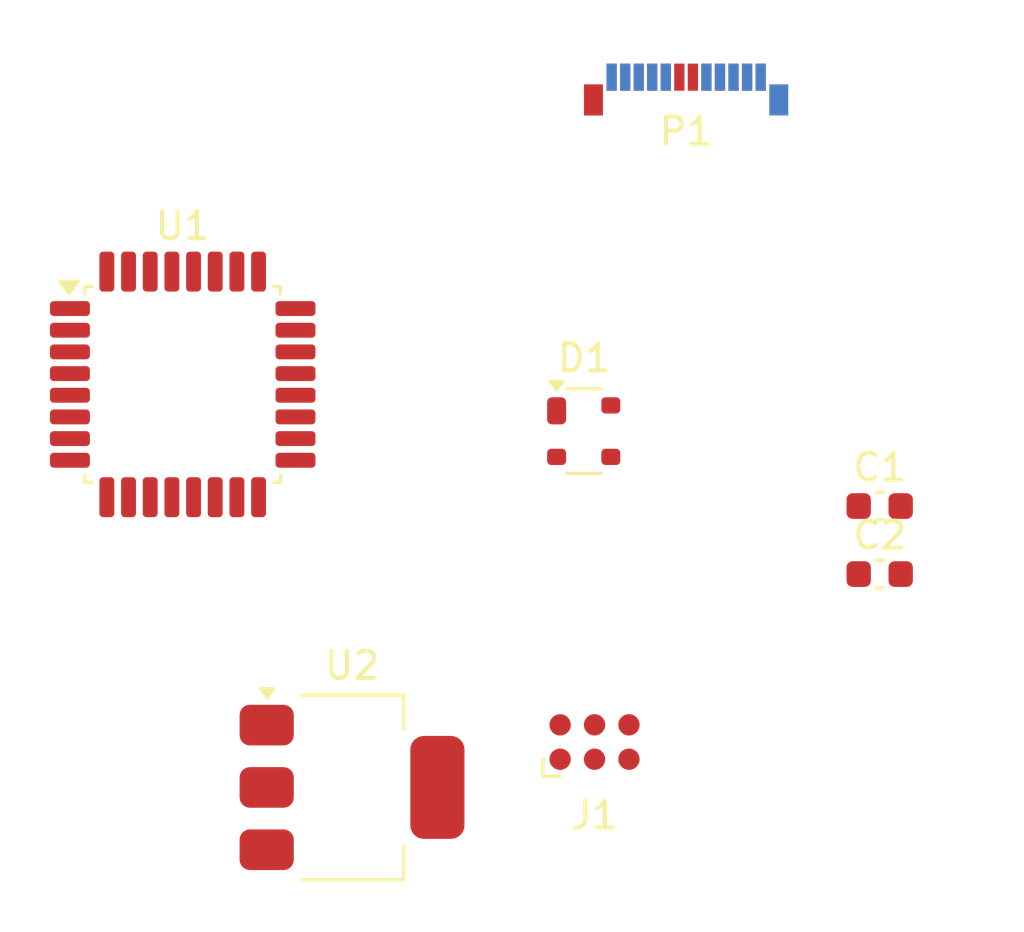
<source format=kicad_pcb>
(kicad_pcb (version 20241229) (generator "pcbnew") (generator_version "9.0")
  (layers (0 "F.Cu" signal) (2 "B.Cu" signal) (13 "F.Paste" user) (15 "B.Paste" user) (5 "F.SilkS" user "F.Silkscreen") (7 "B.SilkS" user "B.Silkscreen") (1 "F.Mask" user) (3 "B.Mask" user) (25 "Edge.Cuts" user))
  (net 0 "")
  (net 38 "GND")
  (net 39 "Net-(D1-VCC)")
  (net 40 "/VCC_P3V3")
  (net 41 "Net-(D1-I{slash}O1)")
  (net 42 "Net-(D1-I{slash}O2)")
  (footprint "Package_TO_SOT_SMD:SOT-143" (layer "F.Cu") (at 53.8 75.225)
    (property "Reference" "D1" (at 0.02 -2.7 0) (layer "F.SilkS"))
    (property "Value" "PRTR5V0U2X")
    (fp_line (start -0.65 1.56) (end 0.65 1.56) (stroke (width 0.12)) (layer "F.SilkS"))
    (fp_line (start 0.65 -1.56) (end -0.62 -1.56) (stroke (width 0.12)) (layer "F.SilkS"))
    (fp_poly (pts (xy -1 -1.51) (xy -1.24 -1.84) (xy -0.76 -1.84) (xy -1 -1.51)) (stroke (width 0.12)) (fill yes) (layer "F.SilkS"))
    (pad "1" smd roundrect (at -1 -0.75) (size 0.7 1) (layers "F.Cu" "F.Mask" "F.Paste") (net 38 "GND"))
    (pad "2" smd roundrect (at -1 0.95) (size 0.7 0.6) (layers "F.Cu" "F.Mask" "F.Paste") (net 41 "Net-(D1-I{slash}O1)"))
    (pad "3" smd roundrect (at 1 0.95) (size 0.7 0.6) (layers "F.Cu" "F.Mask" "F.Paste") (net 42 "Net-(D1-I{slash}O2)"))
    (pad "4" smd roundrect (at 1 -0.95) (size 0.7 0.6) (layers "F.Cu" "F.Mask" "F.Paste") (net 39 "Net-(D1-VCC)"))
  )
  (footprint "Connector:Tag-Connect_TC2030-IDC-NL_2x03_P1.27mm_Vertical" (layer "F.Cu") (at 54.2 86.7)
    (property "Reference" "J1" (at 0 2.7 0) (layer "F.SilkS"))
    (property "Value" "TC2030")
    (fp_line (start -1.905 1.27) (end -1.905 0.635) (stroke (width 0.12)) (layer "F.SilkS"))
    (fp_line (start -1.27 1.27) (end -1.905 1.27) (stroke (width 0.12)) (layer "F.SilkS"))
    (pad "" np_thru_hole circle (at -2.54 0) (size 0.9906 0.9906) (drill 0.9906) (layers "*.Cu" "*.Mask"))
    (pad "" np_thru_hole circle (at 2.54 -1.016) (size 0.9906 0.9906) (drill 0.9906) (layers "*.Cu" "*.Mask"))
    (pad "" np_thru_hole circle (at 2.54 1.016) (size 0.9906 0.9906) (drill 0.9906) (layers "*.Cu" "*.Mask"))
    (pad "1" connect circle (at -1.27 0.635) (size 0.7874 0.7874) (layers "F.Cu" "F.Mask"))
    (pad "2" connect circle (at -1.27 -0.635) (size 0.7874 0.7874) (layers "F.Cu" "F.Mask"))
    (pad "3" connect circle (at 0 0.635) (size 0.7874 0.7874) (layers "F.Cu" "F.Mask"))
    (pad "4" connect circle (at 0 -0.635) (size 0.7874 0.7874) (layers "F.Cu" "F.Mask"))
    (pad "5" connect circle (at 1.27 0.635) (size 0.7874 0.7874) (layers "F.Cu" "F.Mask"))
    (pad "6" connect circle (at 1.27 -0.635) (size 0.7874 0.7874) (layers "F.Cu" "F.Mask"))
  )
  (footprint "Capacitor_SMD:C_0603_1608Metric" (layer "F.Cu") (at 64.725 80.5)
    (property "Reference" "C2" (at 0 -1.43 0) (layer "F.SilkS"))
    (property "Value" "1 μF Ceramic")
    (fp_line (start -0.14058 -0.51) (end 0.14058 -0.51) (stroke (width 0.12)) (layer "F.SilkS"))
    (fp_line (start -0.14058 0.51) (end 0.14058 0.51) (stroke (width 0.12)) (layer "F.SilkS"))
    (pad "1" smd roundrect (at -0.775 0) (size 0.9 0.95) (layers "F.Cu" "F.Mask" "F.Paste") (net 40 "/VCC_P3V3"))
    (pad "2" smd roundrect (at 0.775 0) (size 0.9 0.95) (layers "F.Cu" "F.Mask" "F.Paste") (net 38 "GND"))
  )
  (footprint "Package_QFP:TQFP-32_7x7mm_P0.8mm" (layer "F.Cu") (at 39 73.5)
    (property "Reference" "U1" (at 0 -5.85 0) (layer "F.SilkS"))
    (property "Value" "ATSAMD21E18A-A")
    (fp_line (start -3.61 -3.61) (end -3.61 -3.335) (stroke (width 0.12)) (layer "F.SilkS"))
    (fp_line (start -3.61 3.61) (end -3.61 3.335) (stroke (width 0.12)) (layer "F.SilkS"))
    (fp_line (start -3.335 -3.61) (end -3.61 -3.61) (stroke (width 0.12)) (layer "F.SilkS"))
    (fp_line (start -3.335 3.61) (end -3.61 3.61) (stroke (width 0.12)) (layer "F.SilkS"))
    (fp_line (start 3.335 -3.61) (end 3.61 -3.61) (stroke (width 0.12)) (layer "F.SilkS"))
    (fp_line (start 3.335 3.61) (end 3.61 3.61) (stroke (width 0.12)) (layer "F.SilkS"))
    (fp_line (start 3.61 -3.61) (end 3.61 -3.335) (stroke (width 0.12)) (layer "F.SilkS"))
    (fp_line (start 3.61 3.61) (end 3.61 3.335) (stroke (width 0.12)) (layer "F.SilkS"))
    (fp_poly (pts (xy -4.2 -3.335) (xy -4.54 -3.805) (xy -3.86 -3.805)) (stroke (width 0.12)) (fill yes) (layer "F.SilkS"))
    (pad "1" smd roundrect (at -4.1625 -2.8) (size 1.475 0.55) (layers "F.Cu" "F.Mask" "F.Paste"))
    (pad "2" smd roundrect (at -4.1625 -2) (size 1.475 0.55) (layers "F.Cu" "F.Mask" "F.Paste"))
    (pad "3" smd roundrect (at -4.1625 -1.2) (size 1.475 0.55) (layers "F.Cu" "F.Mask" "F.Paste"))
    (pad "4" smd roundrect (at -4.1625 -0.4) (size 1.475 0.55) (layers "F.Cu" "F.Mask" "F.Paste"))
    (pad "5" smd roundrect (at -4.1625 0.4) (size 1.475 0.55) (layers "F.Cu" "F.Mask" "F.Paste"))
    (pad "6" smd roundrect (at -4.1625 1.2) (size 1.475 0.55) (layers "F.Cu" "F.Mask" "F.Paste"))
    (pad "7" smd roundrect (at -4.1625 2) (size 1.475 0.55) (layers "F.Cu" "F.Mask" "F.Paste"))
    (pad "8" smd roundrect (at -4.1625 2.8) (size 1.475 0.55) (layers "F.Cu" "F.Mask" "F.Paste"))
    (pad "9" smd roundrect (at -2.8 4.1625) (size 0.55 1.475) (layers "F.Cu" "F.Mask" "F.Paste") (net 40 "/VCC_P3V3"))
    (pad "10" smd roundrect (at -2 4.1625) (size 0.55 1.475) (layers "F.Cu" "F.Mask" "F.Paste") (net 38 "GND"))
    (pad "11" smd roundrect (at -1.2 4.1625) (size 0.55 1.475) (layers "F.Cu" "F.Mask" "F.Paste"))
    (pad "12" smd roundrect (at -0.4 4.1625) (size 0.55 1.475) (layers "F.Cu" "F.Mask" "F.Paste"))
    (pad "13" smd roundrect (at 0.4 4.1625) (size 0.55 1.475) (layers "F.Cu" "F.Mask" "F.Paste"))
    (pad "14" smd roundrect (at 1.2 4.1625) (size 0.55 1.475) (layers "F.Cu" "F.Mask" "F.Paste"))
    (pad "15" smd roundrect (at 2 4.1625) (size 0.55 1.475) (layers "F.Cu" "F.Mask" "F.Paste"))
    (pad "16" smd roundrect (at 2.8 4.1625) (size 0.55 1.475) (layers "F.Cu" "F.Mask" "F.Paste"))
    (pad "17" smd roundrect (at 4.1625 2.8) (size 1.475 0.55) (layers "F.Cu" "F.Mask" "F.Paste"))
    (pad "18" smd roundrect (at 4.1625 2) (size 1.475 0.55) (layers "F.Cu" "F.Mask" "F.Paste"))
    (pad "19" smd roundrect (at 4.1625 1.2) (size 1.475 0.55) (layers "F.Cu" "F.Mask" "F.Paste"))
    (pad "20" smd roundrect (at 4.1625 0.4) (size 1.475 0.55) (layers "F.Cu" "F.Mask" "F.Paste"))
    (pad "21" smd roundrect (at 4.1625 -0.4) (size 1.475 0.55) (layers "F.Cu" "F.Mask" "F.Paste"))
    (pad "22" smd roundrect (at 4.1625 -1.2) (size 1.475 0.55) (layers "F.Cu" "F.Mask" "F.Paste"))
    (pad "23" smd roundrect (at 4.1625 -2) (size 1.475 0.55) (layers "F.Cu" "F.Mask" "F.Paste"))
    (pad "24" smd roundrect (at 4.1625 -2.8) (size 1.475 0.55) (layers "F.Cu" "F.Mask" "F.Paste"))
    (pad "25" smd roundrect (at 2.8 -4.1625) (size 0.55 1.475) (layers "F.Cu" "F.Mask" "F.Paste"))
    (pad "26" smd roundrect (at 2 -4.1625) (size 0.55 1.475) (layers "F.Cu" "F.Mask" "F.Paste"))
    (pad "27" smd roundrect (at 1.2 -4.1625) (size 0.55 1.475) (layers "F.Cu" "F.Mask" "F.Paste"))
    (pad "28" smd roundrect (at 0.4 -4.1625) (size 0.55 1.475) (layers "F.Cu" "F.Mask" "F.Paste") (net 38 "GND"))
    (pad "29" smd roundrect (at -0.4 -4.1625) (size 0.55 1.475) (layers "F.Cu" "F.Mask" "F.Paste"))
    (pad "30" smd roundrect (at -1.2 -4.1625) (size 0.55 1.475) (layers "F.Cu" "F.Mask" "F.Paste") (net 40 "/VCC_P3V3"))
    (pad "31" smd roundrect (at -2 -4.1625) (size 0.55 1.475) (layers "F.Cu" "F.Mask" "F.Paste"))
    (pad "32" smd roundrect (at -2.8 -4.1625) (size 0.55 1.475) (layers "F.Cu" "F.Mask" "F.Paste"))
  )
  (footprint "Connector_USB:USB_C_Plug_Molex_105444" (layer "F.Cu") (at 57.58 62.12)
    (property "Reference" "P1" (at 0 2.04 0) (layer "F.SilkS"))
    (property "Value" "USB_C_Plug_USB2.0")
    (pad "A1" smd rect (at -2.75 0.04) (size 0.38 1) (layers "F.Cu" "F.Mask" "F.Paste") (net 38 "GND"))
    (pad "A2" smd rect (at -2.25 0.04) (size 0.38 1) (layers "F.Cu" "F.Mask" "F.Paste"))
    (pad "A3" smd rect (at -1.75 0.04) (size 0.38 1) (layers "F.Cu" "F.Mask" "F.Paste"))
    (pad "A4" smd rect (at -1.25 0.04) (size 0.38 1) (layers "F.Cu" "F.Mask" "F.Paste") (net 39 "Net-(D1-VCC)"))
    (pad "A5" smd rect (at -0.75 0.04) (size 0.38 1) (layers "F.Cu" "F.Mask" "F.Paste"))
    (pad "A6" smd rect (at -0.25 0.04) (size 0.38 1) (layers "F.Cu" "F.Mask" "F.Paste") (net 41 "Net-(D1-I{slash}O1)"))
    (pad "A7" smd rect (at 0.25 0.04) (size 0.38 1) (layers "F.Cu" "F.Mask" "F.Paste") (net 42 "Net-(D1-I{slash}O2)"))
    (pad "A8" smd rect (at 0.75 0.04) (size 0.38 1) (layers "F.Cu" "F.Mask" "F.Paste"))
    (pad "A9" smd rect (at 1.25 0.04) (size 0.38 1) (layers "F.Cu" "F.Mask" "F.Paste") (net 39 "Net-(D1-VCC)"))
    (pad "A10" smd rect (at 1.75 0.04) (size 0.38 1) (layers "F.Cu" "F.Mask" "F.Paste"))
    (pad "A11" smd rect (at 2.25 0.04) (size 0.38 1) (layers "F.Cu" "F.Mask" "F.Paste"))
    (pad "A12" smd rect (at 2.75 0.04) (size 0.38 1) (layers "F.Cu" "F.Mask" "F.Paste") (net 38 "GND"))
    (pad "B1" smd rect (at 2.75 0.04) (size 0.38 1) (layers "B.Cu" "B.Mask" "B.Paste") (net 38 "GND"))
    (pad "B2" smd rect (at 2.25 0.04) (size 0.38 1) (layers "B.Cu" "B.Mask" "B.Paste"))
    (pad "B3" smd rect (at 1.75 0.04) (size 0.38 1) (layers "B.Cu" "B.Mask" "B.Paste"))
    (pad "B4" smd rect (at 1.25 0.04) (size 0.38 1) (layers "B.Cu" "B.Mask" "B.Paste") (net 39 "Net-(D1-VCC)"))
    (pad "B5" smd rect (at 0.75 0.04) (size 0.38 1) (layers "B.Cu" "B.Mask" "B.Paste"))
    (pad "B8" smd rect (at -0.75 0.04) (size 0.38 1) (layers "B.Cu" "B.Mask" "B.Paste"))
    (pad "B9" smd rect (at -1.25 0.04) (size 0.38 1) (layers "B.Cu" "B.Mask" "B.Paste") (net 39 "Net-(D1-VCC)"))
    (pad "B10" smd rect (at -1.75 0.04) (size 0.38 1) (layers "B.Cu" "B.Mask" "B.Paste"))
    (pad "B11" smd rect (at -2.25 0.04) (size 0.38 1) (layers "B.Cu" "B.Mask" "B.Paste"))
    (pad "B12" smd rect (at -2.75 0.04) (size 0.38 1) (layers "B.Cu" "B.Mask" "B.Paste") (net 38 "GND"))
    (pad "S1" smd rect (at -3.42 0.88) (size 0.7 1.15) (layers "F.Cu" "F.Mask" "F.Paste"))
    (pad "S1" smd rect (at 3.42 0.88) (size 0.7 1.15) (layers "B.Cu" "B.Mask" "B.Paste"))
  )
  (footprint "Capacitor_SMD:C_0603_1608Metric" (layer "F.Cu") (at 64.725 77.99)
    (property "Reference" "C1" (at 0 -1.43 0) (layer "F.SilkS"))
    (property "Value" "1 μF Ceramic")
    (fp_line (start -0.14058 -0.51) (end 0.14058 -0.51) (stroke (width 0.12)) (layer "F.SilkS"))
    (fp_line (start -0.14058 0.51) (end 0.14058 0.51) (stroke (width 0.12)) (layer "F.SilkS"))
    (pad "1" smd roundrect (at -0.775 0) (size 0.9 0.95) (layers "F.Cu" "F.Mask" "F.Paste") (net 39 "Net-(D1-VCC)"))
    (pad "2" smd roundrect (at 0.775 0) (size 0.9 0.95) (layers "F.Cu" "F.Mask" "F.Paste") (net 38 "GND"))
  )
  (footprint "Package_TO_SOT_SMD:SOT-223-3_TabPin2" (layer "F.Cu") (at 45.25 88.375)
    (property "Reference" "U2" (at 0 -4.5 0) (layer "F.SilkS"))
    (property "Value" "MCP1703Ax-330xxDB")
    (fp_line (start -1.85 -3.41) (end 1.91 -3.41) (stroke (width 0.12)) (layer "F.SilkS"))
    (fp_line (start -1.85 3.41) (end 1.91 3.41) (stroke (width 0.12)) (layer "F.SilkS"))
    (fp_line (start 1.91 -3.41) (end 1.91 -2.15) (stroke (width 0.12)) (layer "F.SilkS"))
    (fp_line (start 1.91 3.41) (end 1.91 2.15) (stroke (width 0.12)) (layer "F.SilkS"))
    (fp_poly (pts (xy -3.13 -3.31) (xy -3.37 -3.64) (xy -2.89 -3.64) (xy -3.13 -3.31)) (stroke (width 0.12)) (fill yes) (layer "F.SilkS"))
    (pad "1" smd roundrect (at -3.15 -2.3) (size 2 1.5) (layers "F.Cu" "F.Mask" "F.Paste") (net 39 "Net-(D1-VCC)"))
    (pad "2" smd roundrect (at -3.15 0) (size 2 1.5) (layers "F.Cu" "F.Mask" "F.Paste") (net 38 "GND"))
    (pad "2" smd roundrect (at 3.15 0) (size 2 3.8) (layers "F.Cu" "F.Mask" "F.Paste") (net 38 "GND"))
    (pad "3" smd roundrect (at -3.15 2.3) (size 2 1.5) (layers "F.Cu" "F.Mask" "F.Paste") (net 40 "/VCC_P3V3"))
  )
)
</source>
